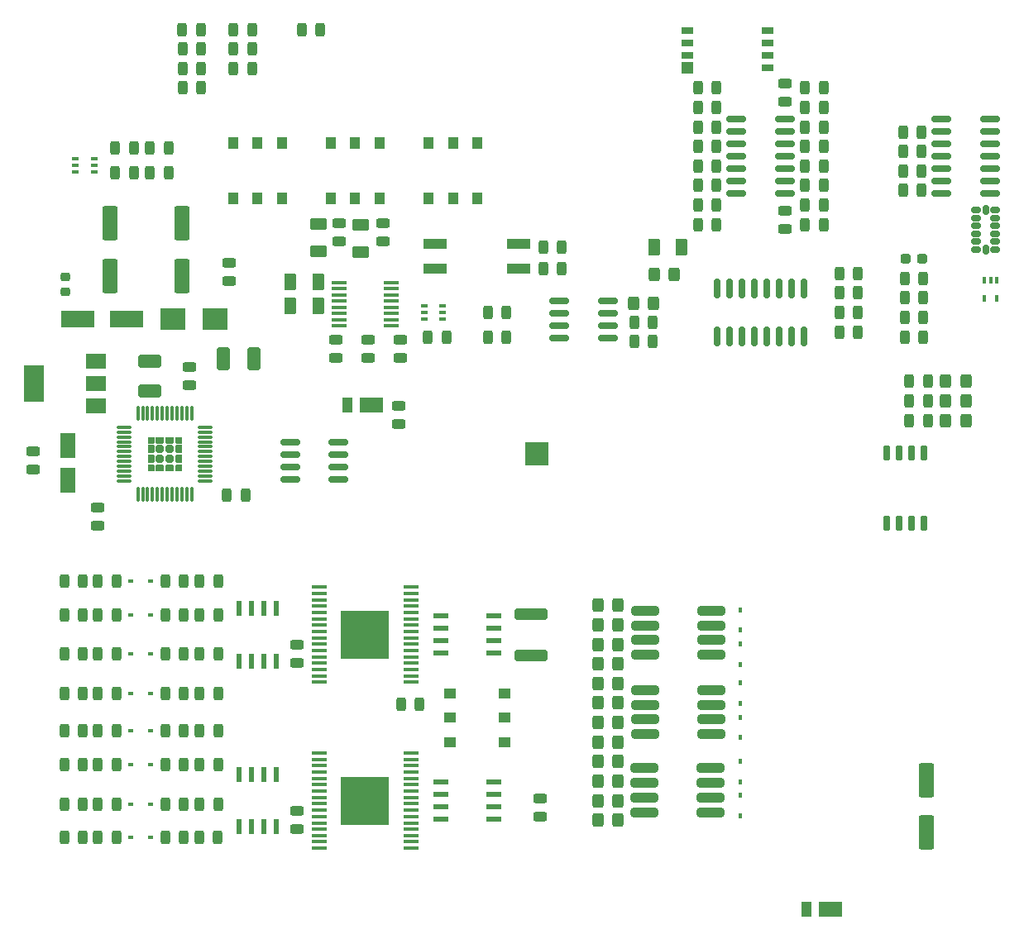
<source format=gtp>
G04 #@! TF.GenerationSoftware,KiCad,Pcbnew,7.0.5-0*
G04 #@! TF.CreationDate,2023-07-25T12:27:59+10:00*
G04 #@! TF.ProjectId,DropBear,44726f70-4265-4617-922e-6b696361645f,rev?*
G04 #@! TF.SameCoordinates,Original*
G04 #@! TF.FileFunction,Paste,Top*
G04 #@! TF.FilePolarity,Positive*
%FSLAX46Y46*%
G04 Gerber Fmt 4.6, Leading zero omitted, Abs format (unit mm)*
G04 Created by KiCad (PCBNEW 7.0.5-0) date 2023-07-25 12:27:59*
%MOMM*%
%LPD*%
G01*
G04 APERTURE LIST*
G04 Aperture macros list*
%AMRoundRect*
0 Rectangle with rounded corners*
0 $1 Rounding radius*
0 $2 $3 $4 $5 $6 $7 $8 $9 X,Y pos of 4 corners*
0 Add a 4 corners polygon primitive as box body*
4,1,4,$2,$3,$4,$5,$6,$7,$8,$9,$2,$3,0*
0 Add four circle primitives for the rounded corners*
1,1,$1+$1,$2,$3*
1,1,$1+$1,$4,$5*
1,1,$1+$1,$6,$7*
1,1,$1+$1,$8,$9*
0 Add four rect primitives between the rounded corners*
20,1,$1+$1,$2,$3,$4,$5,0*
20,1,$1+$1,$4,$5,$6,$7,0*
20,1,$1+$1,$6,$7,$8,$9,0*
20,1,$1+$1,$8,$9,$2,$3,0*%
%AMFreePoly0*
4,1,6,0.322490,-0.194667,0.194667,-0.322490,-0.322490,-0.322490,-0.322490,0.322490,0.322490,0.322490,0.322490,-0.194667,0.322490,-0.194667,$1*%
%AMFreePoly1*
4,1,7,0.322490,0.294667,0.322490,-0.294667,0.214044,-0.403113,-0.322490,-0.403113,-0.322490,0.403113,0.214044,0.403113,0.322490,0.294667,0.322490,0.294667,$1*%
%AMFreePoly2*
4,1,6,0.322490,0.194667,0.322490,-0.322490,-0.322490,-0.322490,-0.322490,0.322490,0.194667,0.322490,0.322490,0.194667,0.322490,0.194667,$1*%
%AMFreePoly3*
4,1,7,0.403113,-0.214044,0.294667,-0.322490,-0.294667,-0.322490,-0.403113,-0.214044,-0.403113,0.322490,0.403113,0.322490,0.403113,-0.214044,0.403113,-0.214044,$1*%
%AMFreePoly4*
4,1,7,0.403113,0.214044,0.403113,-0.322490,-0.403113,-0.322490,-0.403113,0.214044,-0.294667,0.322490,0.294667,0.322490,0.403113,0.214044,0.403113,0.214044,$1*%
%AMFreePoly5*
4,1,6,0.322490,-0.322490,-0.194667,-0.322490,-0.322490,-0.194667,-0.322490,0.322490,0.322490,0.322490,0.322490,-0.322490,0.322490,-0.322490,$1*%
%AMFreePoly6*
4,1,7,0.322490,-0.403113,-0.214044,-0.403113,-0.322490,-0.294667,-0.322490,0.294667,-0.214044,0.403113,0.322490,0.403113,0.322490,-0.403113,0.322490,-0.403113,$1*%
%AMFreePoly7*
4,1,6,0.322490,-0.322490,-0.322490,-0.322490,-0.322490,0.194667,-0.194667,0.322490,0.322490,0.322490,0.322490,-0.322490,0.322490,-0.322490,$1*%
G04 Aperture macros list end*
%ADD10RoundRect,0.243750X-0.243750X-0.456250X0.243750X-0.456250X0.243750X0.456250X-0.243750X0.456250X0*%
%ADD11R,0.600000X1.550000*%
%ADD12R,1.550000X0.600000*%
%ADD13RoundRect,0.243750X-0.456250X0.243750X-0.456250X-0.243750X0.456250X-0.243750X0.456250X0.243750X0*%
%ADD14R,1.600200X0.431800*%
%ADD15R,4.953000X4.953000*%
%ADD16RoundRect,0.243750X0.456250X-0.243750X0.456250X0.243750X-0.456250X0.243750X-0.456250X-0.243750X0*%
%ADD17RoundRect,0.243750X0.243750X0.456250X-0.243750X0.456250X-0.243750X-0.456250X0.243750X-0.456250X0*%
%ADD18RoundRect,0.249999X-0.325001X-0.450001X0.325001X-0.450001X0.325001X0.450001X-0.325001X0.450001X0*%
%ADD19RoundRect,0.249999X0.325001X0.450001X-0.325001X0.450001X-0.325001X-0.450001X0.325001X-0.450001X0*%
%ADD20R,0.450000X0.600000*%
%ADD21RoundRect,0.249999X0.925001X-0.412501X0.925001X0.412501X-0.925001X0.412501X-0.925001X-0.412501X0*%
%ADD22RoundRect,0.249999X0.412501X0.925001X-0.412501X0.925001X-0.412501X-0.925001X0.412501X-0.925001X0*%
%ADD23RoundRect,0.150000X-0.825000X-0.150000X0.825000X-0.150000X0.825000X0.150000X-0.825000X0.150000X0*%
%ADD24RoundRect,0.150000X0.150000X-0.825000X0.150000X0.825000X-0.150000X0.825000X-0.150000X-0.825000X0*%
%ADD25R,1.000000X1.150000*%
%ADD26RoundRect,0.249999X1.450001X-0.312501X1.450001X0.312501X-1.450001X0.312501X-1.450001X-0.312501X0*%
%ADD27R,0.650000X0.400000*%
%ADD28RoundRect,0.250000X-0.375000X-0.625000X0.375000X-0.625000X0.375000X0.625000X-0.375000X0.625000X0*%
%ADD29RoundRect,0.237500X-0.287500X-0.237500X0.287500X-0.237500X0.287500X0.237500X-0.287500X0.237500X0*%
%ADD30R,0.600000X0.450000*%
%ADD31FreePoly0,270.000000*%
%ADD32FreePoly1,270.000000*%
%ADD33FreePoly2,270.000000*%
%ADD34FreePoly3,270.000000*%
%ADD35RoundRect,0.201556X-0.201557X0.201557X-0.201557X-0.201557X0.201557X-0.201557X0.201557X0.201557X0*%
%ADD36FreePoly4,270.000000*%
%ADD37FreePoly5,270.000000*%
%ADD38FreePoly6,270.000000*%
%ADD39FreePoly7,270.000000*%
%ADD40RoundRect,0.075000X-0.075000X0.662500X-0.075000X-0.662500X0.075000X-0.662500X0.075000X0.662500X0*%
%ADD41RoundRect,0.075000X-0.662500X0.075000X-0.662500X-0.075000X0.662500X-0.075000X0.662500X0.075000X0*%
%ADD42R,1.600000X0.410000*%
%ADD43RoundRect,0.218750X0.256250X-0.218750X0.256250X0.218750X-0.256250X0.218750X-0.256250X-0.218750X0*%
%ADD44R,2.000000X1.500000*%
%ADD45R,2.000000X3.800000*%
%ADD46RoundRect,0.250000X0.550000X-1.500000X0.550000X1.500000X-0.550000X1.500000X-0.550000X-1.500000X0*%
%ADD47R,2.400000X1.500000*%
%ADD48R,1.050000X1.500000*%
%ADD49RoundRect,0.150000X-0.325000X-0.150000X0.325000X-0.150000X0.325000X0.150000X-0.325000X0.150000X0*%
%ADD50RoundRect,0.150000X-0.150000X-0.325000X0.150000X-0.325000X0.150000X0.325000X-0.150000X0.325000X0*%
%ADD51R,0.400000X0.650000*%
%ADD52R,2.500000X2.300000*%
%ADD53R,1.200000X0.800000*%
%ADD54R,1.200000X1.200000*%
%ADD55RoundRect,0.250000X-0.550000X1.050000X-0.550000X-1.050000X0.550000X-1.050000X0.550000X1.050000X0*%
%ADD56R,3.500000X1.800000*%
%ADD57R,2.440000X1.120000*%
%ADD58RoundRect,0.150000X0.825000X0.150000X-0.825000X0.150000X-0.825000X-0.150000X0.825000X-0.150000X0*%
%ADD59RoundRect,0.150000X-0.150000X0.650000X-0.150000X-0.650000X0.150000X-0.650000X0.150000X0.650000X0*%
%ADD60R,2.360000X2.360000*%
%ADD61RoundRect,0.250000X-0.625000X0.375000X-0.625000X-0.375000X0.625000X-0.375000X0.625000X0.375000X0*%
%ADD62R,1.150000X1.000000*%
%ADD63RoundRect,0.237500X-1.162500X-0.237500X1.162500X-0.237500X1.162500X0.237500X-1.162500X0.237500X0*%
G04 APERTURE END LIST*
D10*
X187562500Y-93500000D03*
X189437500Y-93500000D03*
X187562500Y-89500000D03*
X189437500Y-89500000D03*
X187562500Y-86000000D03*
X189437500Y-86000000D03*
D11*
X198905000Y-88800000D03*
X197635000Y-88800000D03*
X196365000Y-88800000D03*
X195095000Y-88800000D03*
X195095000Y-94200000D03*
X196365000Y-94200000D03*
X197635000Y-94200000D03*
X198905000Y-94200000D03*
D12*
X215800000Y-89595000D03*
X215800000Y-90865000D03*
X215800000Y-92135000D03*
X215800000Y-93405000D03*
X221200000Y-93405000D03*
X221200000Y-92135000D03*
X221200000Y-90865000D03*
X221200000Y-89595000D03*
D10*
X191062500Y-112268000D03*
X192937500Y-112268000D03*
D13*
X201000000Y-109562500D03*
X201000000Y-111437500D03*
D10*
X187562500Y-101349000D03*
X189437500Y-101349000D03*
X187562500Y-112268000D03*
X189437500Y-112268000D03*
X187562500Y-104849000D03*
X189437500Y-104849000D03*
D11*
X198905000Y-105800000D03*
X197635000Y-105800000D03*
X196365000Y-105800000D03*
X195095000Y-105800000D03*
X195095000Y-111200000D03*
X196365000Y-111200000D03*
X197635000Y-111200000D03*
X198905000Y-111200000D03*
D12*
X215800000Y-106595000D03*
X215800000Y-107865000D03*
X215800000Y-109135000D03*
X215800000Y-110405000D03*
X221200000Y-110405000D03*
X221200000Y-109135000D03*
X221200000Y-107865000D03*
X221200000Y-106595000D03*
D14*
X203301000Y-103623200D03*
X203301000Y-104283600D03*
X203301000Y-104918600D03*
X203301000Y-105579000D03*
X203301000Y-106214000D03*
X203301000Y-106874400D03*
X203301000Y-107534800D03*
X203301000Y-108169800D03*
X203301000Y-108830200D03*
X203301000Y-109465200D03*
X203301000Y-110125600D03*
X203301000Y-110786000D03*
X203301000Y-111421000D03*
X203301000Y-112081400D03*
X203301000Y-112716400D03*
X203301000Y-113376800D03*
X212699000Y-113376800D03*
X212699000Y-112716400D03*
X212699000Y-112081400D03*
X212699000Y-111421000D03*
X212699000Y-110786000D03*
X212699000Y-110125600D03*
X212699000Y-109465200D03*
X212699000Y-108830200D03*
X212699000Y-108169800D03*
X212699000Y-107534800D03*
X212699000Y-106874400D03*
X212699000Y-106214000D03*
X212699000Y-105579000D03*
X212699000Y-104918600D03*
X212699000Y-104283600D03*
X212699000Y-103623200D03*
D15*
X208000000Y-108500000D03*
D10*
X187562500Y-108849000D03*
X189437500Y-108849000D03*
D13*
X201000000Y-92562500D03*
X201000000Y-94437500D03*
D10*
X187562500Y-97536000D03*
X189437500Y-97536000D03*
D16*
X251000000Y-49937500D03*
X251000000Y-48062500D03*
D10*
X256562500Y-56500000D03*
X258437500Y-56500000D03*
X253062500Y-47500000D03*
X254937500Y-47500000D03*
D13*
X251000000Y-35062500D03*
X251000000Y-36937500D03*
D10*
X194562500Y-33500000D03*
X196437500Y-33500000D03*
D17*
X254937500Y-37500000D03*
X253062500Y-37500000D03*
X203437500Y-29500000D03*
X201562500Y-29500000D03*
X243937500Y-47500000D03*
X242062500Y-47500000D03*
D10*
X189308500Y-29500000D03*
X191183500Y-29500000D03*
D17*
X196437500Y-31500000D03*
X194562500Y-31500000D03*
X243937500Y-41500000D03*
X242062500Y-41500000D03*
D10*
X253062500Y-43500000D03*
X254937500Y-43500000D03*
X242062500Y-43500000D03*
X243937500Y-43500000D03*
X220562500Y-58500000D03*
X222437500Y-58500000D03*
D18*
X231879000Y-110500000D03*
X233929000Y-110500000D03*
D19*
X233929000Y-104500000D03*
X231879000Y-104500000D03*
D18*
X231879000Y-94500000D03*
X233929000Y-94500000D03*
X231879000Y-88500000D03*
X233929000Y-88500000D03*
D20*
X246444000Y-94550000D03*
X246444000Y-92450000D03*
X246444000Y-104450000D03*
X246444000Y-106550000D03*
X246444000Y-102050000D03*
X246444000Y-99950000D03*
X246444000Y-96450000D03*
X246444000Y-98550000D03*
D18*
X231879000Y-102500000D03*
X233929000Y-102500000D03*
D19*
X233929000Y-96500000D03*
X231879000Y-96500000D03*
D10*
X256562500Y-58500000D03*
X258437500Y-58500000D03*
D16*
X190000000Y-65937500D03*
X190000000Y-64062500D03*
X194056000Y-55293500D03*
X194056000Y-53418500D03*
D21*
X186000000Y-66537500D03*
X186000000Y-63462500D03*
D22*
X196609500Y-63246000D03*
X193534500Y-63246000D03*
D20*
X246444000Y-110050000D03*
X246444000Y-107950000D03*
X246444000Y-88950000D03*
X246444000Y-91050000D03*
D23*
X227900001Y-57270001D03*
X227900001Y-58540001D03*
X227900001Y-59810001D03*
X227900001Y-61080001D03*
X232850001Y-61080001D03*
X232850001Y-59810001D03*
X232850001Y-58540001D03*
X232850001Y-57270001D03*
D10*
X263276500Y-59000000D03*
X265151500Y-59000000D03*
X263276500Y-61000000D03*
X265151500Y-61000000D03*
D17*
X228140500Y-51816000D03*
X226265500Y-51816000D03*
D10*
X214454500Y-61000000D03*
X216329500Y-61000000D03*
D17*
X265151500Y-55000000D03*
X263276500Y-55000000D03*
X258437500Y-54500000D03*
X256562500Y-54500000D03*
D10*
X194562500Y-29500000D03*
X196437500Y-29500000D03*
X253062500Y-39500000D03*
X254937500Y-39500000D03*
D17*
X222437500Y-61000000D03*
X220562500Y-61000000D03*
D24*
X244055000Y-60975000D03*
X245325000Y-60975000D03*
X246595000Y-60975000D03*
X247865000Y-60975000D03*
X249135000Y-60975000D03*
X250405000Y-60975000D03*
X251675000Y-60975000D03*
X252945000Y-60975000D03*
X252945000Y-56025000D03*
X251675000Y-56025000D03*
X250405000Y-56025000D03*
X249135000Y-56025000D03*
X247865000Y-56025000D03*
X246595000Y-56025000D03*
X245325000Y-56025000D03*
X244055000Y-56025000D03*
D25*
X194500000Y-41175000D03*
X197000000Y-41175000D03*
X199500000Y-41175000D03*
X194500000Y-46825000D03*
X197000000Y-46825000D03*
X199500000Y-46825000D03*
D10*
X256562500Y-60500000D03*
X258437500Y-60500000D03*
D17*
X243937500Y-49500000D03*
X242062500Y-49500000D03*
D10*
X242062500Y-35500000D03*
X243937500Y-35500000D03*
D17*
X265151500Y-57000000D03*
X263276500Y-57000000D03*
D10*
X253062500Y-49500000D03*
X254937500Y-49500000D03*
D17*
X254937500Y-35500000D03*
X253062500Y-35500000D03*
X191239500Y-33500000D03*
X189364500Y-33500000D03*
D10*
X242062500Y-39500000D03*
X243937500Y-39500000D03*
D17*
X254937500Y-45500000D03*
X253062500Y-45500000D03*
D10*
X242062500Y-37500000D03*
X243937500Y-37500000D03*
D17*
X254937500Y-41500000D03*
X253062500Y-41500000D03*
X264937500Y-40000000D03*
X263062500Y-40000000D03*
D10*
X263062500Y-42000000D03*
X264937500Y-42000000D03*
D17*
X264937500Y-44000000D03*
X263062500Y-44000000D03*
D10*
X263062500Y-46000000D03*
X264937500Y-46000000D03*
D23*
X246025000Y-38690000D03*
X246025000Y-39960000D03*
X246025000Y-41230000D03*
X246025000Y-42500000D03*
X246025000Y-43770000D03*
X246025000Y-45040000D03*
X246025000Y-46310000D03*
X250975000Y-46310000D03*
X250975000Y-45040000D03*
X250975000Y-43770000D03*
X250975000Y-42500000D03*
X250975000Y-41230000D03*
X250975000Y-39960000D03*
X250975000Y-38690000D03*
X267025000Y-38690000D03*
X267025000Y-39960000D03*
X267025000Y-41230000D03*
X267025000Y-42500000D03*
X267025000Y-43770000D03*
X267025000Y-45040000D03*
X267025000Y-46310000D03*
X271975000Y-46310000D03*
X271975000Y-45040000D03*
X271975000Y-43770000D03*
X271975000Y-42500000D03*
X271975000Y-41230000D03*
X271975000Y-39960000D03*
X271975000Y-38690000D03*
D26*
X225000000Y-93637500D03*
X225000000Y-89362500D03*
D13*
X173990000Y-72722500D03*
X173990000Y-74597500D03*
D10*
X226265500Y-53975000D03*
X228140500Y-53975000D03*
D27*
X214050000Y-57850000D03*
X214050000Y-58500000D03*
X214050000Y-59150000D03*
X215950000Y-59150000D03*
X215950000Y-58500000D03*
X215950000Y-57850000D03*
D19*
X237525000Y-57540000D03*
X235475000Y-57540000D03*
D17*
X237437500Y-61500000D03*
X235562500Y-61500000D03*
D10*
X235562500Y-59500000D03*
X237437500Y-59500000D03*
D17*
X243937500Y-45500000D03*
X242062500Y-45500000D03*
D28*
X237614000Y-51816000D03*
X240414000Y-51816000D03*
D10*
X189364500Y-31500000D03*
X191239500Y-31500000D03*
X193880500Y-77216000D03*
X195755500Y-77216000D03*
D29*
X263339000Y-53000000D03*
X265089000Y-53000000D03*
D13*
X180594000Y-78437500D03*
X180594000Y-80312500D03*
D30*
X183989000Y-108849000D03*
X186089000Y-108849000D03*
X183989000Y-93500000D03*
X186089000Y-93500000D03*
X183989000Y-104849000D03*
X186089000Y-104849000D03*
X183989000Y-89500000D03*
X186089000Y-89500000D03*
D31*
X188900000Y-71600000D03*
D32*
X188000000Y-71600000D03*
X187000000Y-71600000D03*
D33*
X186100000Y-71600000D03*
D34*
X188900000Y-72500000D03*
D35*
X188000000Y-72500000D03*
X187000000Y-72500000D03*
D36*
X186100000Y-72500000D03*
D34*
X188900000Y-73500000D03*
D35*
X188000000Y-73500000D03*
X187000000Y-73500000D03*
D36*
X186100000Y-73500000D03*
D37*
X188900000Y-74400000D03*
D38*
X188000000Y-74400000D03*
X187000000Y-74400000D03*
D39*
X186100000Y-74400000D03*
D40*
X190250000Y-68837500D03*
X189750000Y-68837500D03*
X189250000Y-68837500D03*
X188750000Y-68837500D03*
X188250000Y-68837500D03*
X187750000Y-68837500D03*
X187250000Y-68837500D03*
X186750000Y-68837500D03*
X186250000Y-68837500D03*
X185750000Y-68837500D03*
X185250000Y-68837500D03*
X184750000Y-68837500D03*
D41*
X183337500Y-70250000D03*
X183337500Y-70750000D03*
X183337500Y-71250000D03*
X183337500Y-71750000D03*
X183337500Y-72250000D03*
X183337500Y-72750000D03*
X183337500Y-73250000D03*
X183337500Y-73750000D03*
X183337500Y-74250000D03*
X183337500Y-74750000D03*
X183337500Y-75250000D03*
X183337500Y-75750000D03*
D40*
X184750000Y-77162500D03*
X185250000Y-77162500D03*
X185750000Y-77162500D03*
X186250000Y-77162500D03*
X186750000Y-77162500D03*
X187250000Y-77162500D03*
X187750000Y-77162500D03*
X188250000Y-77162500D03*
X188750000Y-77162500D03*
X189250000Y-77162500D03*
X189750000Y-77162500D03*
X190250000Y-77162500D03*
D41*
X191662500Y-75750000D03*
X191662500Y-75250000D03*
X191662500Y-74750000D03*
X191662500Y-74250000D03*
X191662500Y-73750000D03*
X191662500Y-73250000D03*
X191662500Y-72750000D03*
X191662500Y-72250000D03*
X191662500Y-71750000D03*
X191662500Y-71250000D03*
X191662500Y-70750000D03*
X191662500Y-70250000D03*
D17*
X191239500Y-35500000D03*
X189364500Y-35500000D03*
D13*
X205359000Y-49354500D03*
X205359000Y-51229500D03*
D16*
X209804000Y-51229500D03*
X209804000Y-49354500D03*
D13*
X208280000Y-61292500D03*
X208280000Y-63167500D03*
X204978000Y-61292500D03*
X204978000Y-63167500D03*
X211582000Y-61292500D03*
X211582000Y-63167500D03*
D42*
X210680300Y-59880500D03*
X210680300Y-59245500D03*
X210680300Y-58610500D03*
X210680300Y-57975500D03*
X210680300Y-57340500D03*
X210680300Y-56705500D03*
X210680300Y-56070500D03*
X210680300Y-55435500D03*
X205371700Y-55435500D03*
X205371700Y-56070500D03*
X205371700Y-56705500D03*
X205371700Y-57340500D03*
X205371700Y-57975500D03*
X205371700Y-58610500D03*
X205371700Y-59245500D03*
X205371700Y-59880500D03*
D17*
X184325500Y-44196000D03*
X182450500Y-44196000D03*
X184325500Y-41656000D03*
X182450500Y-41656000D03*
D10*
X186006500Y-44196000D03*
X187881500Y-44196000D03*
X186006500Y-41656000D03*
X187881500Y-41656000D03*
D27*
X180274000Y-44084000D03*
X180274000Y-43434000D03*
X180274000Y-42784000D03*
X178374000Y-42784000D03*
X178374000Y-43434000D03*
X178374000Y-44084000D03*
D43*
X177292000Y-56413500D03*
X177292000Y-54838500D03*
D44*
X180442000Y-68086000D03*
X180442000Y-65786000D03*
D45*
X174142000Y-65786000D03*
D44*
X180442000Y-63486000D03*
D17*
X192961500Y-108839000D03*
X191086500Y-108839000D03*
X192961500Y-93472000D03*
X191086500Y-93472000D03*
X192961500Y-104849000D03*
X191086500Y-104849000D03*
X192961500Y-89500000D03*
X191086500Y-89500000D03*
D10*
X191086500Y-97536000D03*
X192961500Y-97536000D03*
X191086500Y-101349000D03*
X192961500Y-101349000D03*
X191086500Y-86000000D03*
X192961500Y-86000000D03*
D46*
X265430000Y-111793000D03*
X265430000Y-106393000D03*
D47*
X255612000Y-119634000D03*
D48*
X253237000Y-119634000D03*
D49*
X270526000Y-48038000D03*
X270526000Y-48838000D03*
X270526000Y-49638000D03*
X270526000Y-50438000D03*
X270526000Y-51238000D03*
X270526000Y-52038000D03*
D50*
X271526000Y-52038000D03*
D49*
X272526000Y-52038000D03*
X272526000Y-51238000D03*
X272526000Y-50438000D03*
X272526000Y-49638000D03*
X272526000Y-48838000D03*
X272526000Y-48038000D03*
D50*
X271526000Y-48038000D03*
D51*
X272684000Y-55184000D03*
X272034000Y-55184000D03*
X271384000Y-55184000D03*
X271384000Y-57084000D03*
X272684000Y-57084000D03*
D52*
X188350000Y-59182000D03*
X192650000Y-59182000D03*
D53*
X249225000Y-33401000D03*
X249225000Y-32131000D03*
X249225000Y-30861000D03*
X249225000Y-29591000D03*
X241025000Y-29591000D03*
X241025000Y-30861000D03*
X241025000Y-32131000D03*
D54*
X241025000Y-33401000D03*
D55*
X177546000Y-72114000D03*
X177546000Y-75714000D03*
D19*
X269503000Y-65532000D03*
X267453000Y-65532000D03*
X269503000Y-69592001D03*
X267453000Y-69592001D03*
X269503000Y-67564000D03*
X267453000Y-67564000D03*
D10*
X263730500Y-65532000D03*
X265605500Y-65532000D03*
X263730500Y-69596000D03*
X265605500Y-69596000D03*
X263730500Y-67564000D03*
X265605500Y-67564000D03*
D46*
X189230000Y-54770000D03*
X189230000Y-49370000D03*
X181864000Y-54770000D03*
X181864000Y-49370000D03*
D56*
X183602000Y-59182000D03*
X178602000Y-59182000D03*
D19*
X233929000Y-98500000D03*
X231879000Y-98500000D03*
X233929000Y-100500000D03*
X231879000Y-100500000D03*
X233929000Y-90500000D03*
X231879000Y-90500000D03*
X233929000Y-92500000D03*
X231879000Y-92500000D03*
X233929000Y-106500000D03*
X231879000Y-106500000D03*
X233929000Y-108500000D03*
X231879000Y-108500000D03*
D14*
X203301000Y-86623200D03*
X203301000Y-87283600D03*
X203301000Y-87918600D03*
X203301000Y-88579000D03*
X203301000Y-89214000D03*
X203301000Y-89874400D03*
X203301000Y-90534800D03*
X203301000Y-91169800D03*
X203301000Y-91830200D03*
X203301000Y-92465200D03*
X203301000Y-93125600D03*
X203301000Y-93786000D03*
X203301000Y-94421000D03*
X203301000Y-95081400D03*
X203301000Y-95716400D03*
X203301000Y-96376800D03*
X212699000Y-96376800D03*
X212699000Y-95716400D03*
X212699000Y-95081400D03*
X212699000Y-94421000D03*
X212699000Y-93786000D03*
X212699000Y-93125600D03*
X212699000Y-92465200D03*
X212699000Y-91830200D03*
X212699000Y-91169800D03*
X212699000Y-90534800D03*
X212699000Y-89874400D03*
X212699000Y-89214000D03*
X212699000Y-88579000D03*
X212699000Y-87918600D03*
X212699000Y-87283600D03*
X212699000Y-86623200D03*
D15*
X208000000Y-91500000D03*
D57*
X223761000Y-53975000D03*
X223761000Y-51435000D03*
X215151000Y-51435000D03*
X215151000Y-53975000D03*
D58*
X205294000Y-75565000D03*
X205294000Y-74295000D03*
X205294000Y-73025000D03*
X205294000Y-71755000D03*
X200344000Y-71755000D03*
X200344000Y-73025000D03*
X200344000Y-74295000D03*
X200344000Y-75565000D03*
D16*
X225933000Y-110157500D03*
X225933000Y-108282500D03*
D10*
X211679501Y-98638001D03*
X213554501Y-98638001D03*
D25*
X204500000Y-41175000D03*
X207000000Y-41175000D03*
X209500000Y-41175000D03*
X204500000Y-46825000D03*
X207000000Y-46825000D03*
X209500000Y-46825000D03*
D30*
X183989000Y-86000000D03*
X186089000Y-86000000D03*
D17*
X182547500Y-86000000D03*
X180672500Y-86000000D03*
X179118500Y-85979000D03*
X177243500Y-85979000D03*
X182547500Y-112268000D03*
X180672500Y-112268000D03*
X182547500Y-108849000D03*
X180672500Y-108849000D03*
X182547500Y-97500000D03*
X180672500Y-97500000D03*
X182547500Y-93500000D03*
X180672500Y-93500000D03*
X182547500Y-104849000D03*
X180672500Y-104849000D03*
X182547500Y-101346000D03*
X180672500Y-101346000D03*
X182547500Y-89500000D03*
X180672500Y-89500000D03*
X179118500Y-112268000D03*
X177243500Y-112268000D03*
X179118500Y-108849000D03*
X177243500Y-108849000D03*
X179118500Y-93500000D03*
X177243500Y-93500000D03*
X179118500Y-104849000D03*
X177243500Y-104849000D03*
X179118500Y-101349000D03*
X177243500Y-101349000D03*
X179118500Y-89500000D03*
X177243500Y-89500000D03*
D30*
X183989000Y-97500000D03*
X186089000Y-97500000D03*
D17*
X179118500Y-97500000D03*
X177243500Y-97500000D03*
D59*
X265176000Y-72854000D03*
X263906000Y-72854000D03*
X262636000Y-72854000D03*
X261366000Y-72854000D03*
X261366000Y-80054000D03*
X262636000Y-80054000D03*
X263906000Y-80054000D03*
X265176000Y-80054000D03*
D30*
X183989000Y-112268000D03*
X186089000Y-112268000D03*
X183989000Y-101349000D03*
X186089000Y-101349000D03*
D60*
X225552000Y-72962000D03*
D47*
X208622000Y-67945000D03*
D48*
X206247000Y-67945000D03*
D16*
X211455000Y-69898500D03*
X211455000Y-68023500D03*
D61*
X203200000Y-49400000D03*
X203200000Y-52200000D03*
D28*
X200403000Y-57785000D03*
X203203000Y-57785000D03*
X200403000Y-55372000D03*
X203203000Y-55372000D03*
D61*
X207518000Y-49527000D03*
X207518000Y-52327000D03*
D19*
X239658000Y-54610000D03*
X237608000Y-54610000D03*
D25*
X214500000Y-41175000D03*
X217000000Y-41175000D03*
X219500000Y-41175000D03*
X214500000Y-46825000D03*
X217000000Y-46825000D03*
X219500000Y-46825000D03*
D62*
X216675000Y-102500000D03*
X216675000Y-100000000D03*
X216675000Y-97500000D03*
X222325000Y-102500000D03*
X222325000Y-100000000D03*
X222325000Y-97500000D03*
D63*
X236693000Y-89027000D03*
X236693000Y-90547000D03*
X236693000Y-92067000D03*
X236693000Y-93587000D03*
X243493000Y-93587000D03*
X243493000Y-92067000D03*
X243493000Y-90547000D03*
X243493000Y-89027000D03*
X236693000Y-97155000D03*
X236693000Y-98675000D03*
X236693000Y-100195000D03*
X236693000Y-101715000D03*
X243493000Y-101715000D03*
X243493000Y-100195000D03*
X243493000Y-98675000D03*
X243493000Y-97155000D03*
X236566000Y-105156000D03*
X236566000Y-106676000D03*
X236566000Y-108196000D03*
X236566000Y-109716000D03*
X243366000Y-109716000D03*
X243366000Y-108196000D03*
X243366000Y-106676000D03*
X243366000Y-105156000D03*
M02*

</source>
